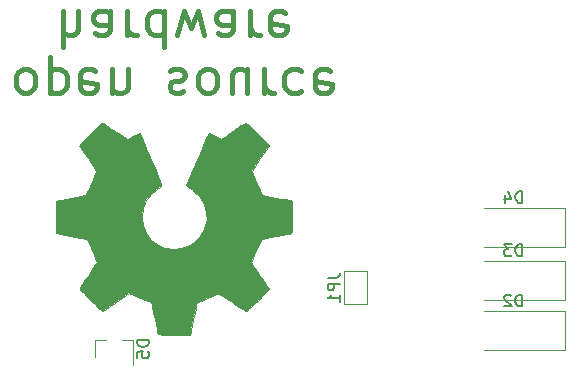
<source format=gbr>
%TF.GenerationSoftware,KiCad,Pcbnew,(5.1.6)-1*%
%TF.CreationDate,2020-11-16T12:45:36+03:00*%
%TF.ProjectId,SensorBoard,53656e73-6f72-4426-9f61-72642e6b6963,rev?*%
%TF.SameCoordinates,Original*%
%TF.FileFunction,Legend,Bot*%
%TF.FilePolarity,Positive*%
%FSLAX46Y46*%
G04 Gerber Fmt 4.6, Leading zero omitted, Abs format (unit mm)*
G04 Created by KiCad (PCBNEW (5.1.6)-1) date 2020-11-16 12:45:36*
%MOMM*%
%LPD*%
G01*
G04 APERTURE LIST*
%ADD10C,0.400000*%
%ADD11C,0.002540*%
%ADD12C,0.120000*%
%ADD13C,0.150000*%
G04 APERTURE END LIST*
D10*
X123214285Y-89842857D02*
X122928571Y-89985714D01*
X122785714Y-90128571D01*
X122642857Y-90414285D01*
X122642857Y-91271428D01*
X122785714Y-91557142D01*
X122928571Y-91700000D01*
X123214285Y-91842857D01*
X123642857Y-91842857D01*
X123928571Y-91700000D01*
X124071428Y-91557142D01*
X124214285Y-91271428D01*
X124214285Y-90414285D01*
X124071428Y-90128571D01*
X123928571Y-89985714D01*
X123642857Y-89842857D01*
X123214285Y-89842857D01*
X125500000Y-91842857D02*
X125500000Y-88842857D01*
X125500000Y-91700000D02*
X125785714Y-91842857D01*
X126357142Y-91842857D01*
X126642857Y-91700000D01*
X126785714Y-91557142D01*
X126928571Y-91271428D01*
X126928571Y-90414285D01*
X126785714Y-90128571D01*
X126642857Y-89985714D01*
X126357142Y-89842857D01*
X125785714Y-89842857D01*
X125500000Y-89985714D01*
X129357142Y-89985714D02*
X129071428Y-89842857D01*
X128500000Y-89842857D01*
X128214285Y-89985714D01*
X128071428Y-90271428D01*
X128071428Y-91414285D01*
X128214285Y-91700000D01*
X128500000Y-91842857D01*
X129071428Y-91842857D01*
X129357142Y-91700000D01*
X129500000Y-91414285D01*
X129500000Y-91128571D01*
X128071428Y-90842857D01*
X130785714Y-91842857D02*
X130785714Y-89842857D01*
X130785714Y-91557142D02*
X130928571Y-91700000D01*
X131214285Y-91842857D01*
X131642857Y-91842857D01*
X131928571Y-91700000D01*
X132071428Y-91414285D01*
X132071428Y-89842857D01*
X135642857Y-89985714D02*
X135928571Y-89842857D01*
X136500000Y-89842857D01*
X136785714Y-89985714D01*
X136928571Y-90271428D01*
X136928571Y-90414285D01*
X136785714Y-90700000D01*
X136500000Y-90842857D01*
X136071428Y-90842857D01*
X135785714Y-90985714D01*
X135642857Y-91271428D01*
X135642857Y-91414285D01*
X135785714Y-91700000D01*
X136071428Y-91842857D01*
X136500000Y-91842857D01*
X136785714Y-91700000D01*
X138642857Y-89842857D02*
X138357142Y-89985714D01*
X138214285Y-90128571D01*
X138071428Y-90414285D01*
X138071428Y-91271428D01*
X138214285Y-91557142D01*
X138357142Y-91700000D01*
X138642857Y-91842857D01*
X139071428Y-91842857D01*
X139357142Y-91700000D01*
X139500000Y-91557142D01*
X139642857Y-91271428D01*
X139642857Y-90414285D01*
X139500000Y-90128571D01*
X139357142Y-89985714D01*
X139071428Y-89842857D01*
X138642857Y-89842857D01*
X142214285Y-91842857D02*
X142214285Y-89842857D01*
X140928571Y-91842857D02*
X140928571Y-90271428D01*
X141071428Y-89985714D01*
X141357142Y-89842857D01*
X141785714Y-89842857D01*
X142071428Y-89985714D01*
X142214285Y-90128571D01*
X143642857Y-89842857D02*
X143642857Y-91842857D01*
X143642857Y-91271428D02*
X143785714Y-91557142D01*
X143928571Y-91700000D01*
X144214285Y-91842857D01*
X144500000Y-91842857D01*
X146785714Y-89985714D02*
X146500000Y-89842857D01*
X145928571Y-89842857D01*
X145642857Y-89985714D01*
X145500000Y-90128571D01*
X145357142Y-90414285D01*
X145357142Y-91271428D01*
X145500000Y-91557142D01*
X145642857Y-91700000D01*
X145928571Y-91842857D01*
X146500000Y-91842857D01*
X146785714Y-91700000D01*
X149214285Y-89985714D02*
X148928571Y-89842857D01*
X148357142Y-89842857D01*
X148071428Y-89985714D01*
X147928571Y-90271428D01*
X147928571Y-91414285D01*
X148071428Y-91700000D01*
X148357142Y-91842857D01*
X148928571Y-91842857D01*
X149214285Y-91700000D01*
X149357142Y-91414285D01*
X149357142Y-91128571D01*
X147928571Y-90842857D01*
X126571428Y-84942857D02*
X126571428Y-87942857D01*
X127857142Y-84942857D02*
X127857142Y-86514285D01*
X127714285Y-86800000D01*
X127428571Y-86942857D01*
X127000000Y-86942857D01*
X126714285Y-86800000D01*
X126571428Y-86657142D01*
X130571428Y-84942857D02*
X130571428Y-86514285D01*
X130428571Y-86800000D01*
X130142857Y-86942857D01*
X129571428Y-86942857D01*
X129285714Y-86800000D01*
X130571428Y-85085714D02*
X130285714Y-84942857D01*
X129571428Y-84942857D01*
X129285714Y-85085714D01*
X129142857Y-85371428D01*
X129142857Y-85657142D01*
X129285714Y-85942857D01*
X129571428Y-86085714D01*
X130285714Y-86085714D01*
X130571428Y-86228571D01*
X132000000Y-84942857D02*
X132000000Y-86942857D01*
X132000000Y-86371428D02*
X132142857Y-86657142D01*
X132285714Y-86800000D01*
X132571428Y-86942857D01*
X132857142Y-86942857D01*
X135142857Y-84942857D02*
X135142857Y-87942857D01*
X135142857Y-85085714D02*
X134857142Y-84942857D01*
X134285714Y-84942857D01*
X134000000Y-85085714D01*
X133857142Y-85228571D01*
X133714285Y-85514285D01*
X133714285Y-86371428D01*
X133857142Y-86657142D01*
X134000000Y-86800000D01*
X134285714Y-86942857D01*
X134857142Y-86942857D01*
X135142857Y-86800000D01*
X136285714Y-86942857D02*
X136857142Y-84942857D01*
X137428571Y-86371428D01*
X138000000Y-84942857D01*
X138571428Y-86942857D01*
X141000000Y-84942857D02*
X141000000Y-86514285D01*
X140857142Y-86800000D01*
X140571428Y-86942857D01*
X140000000Y-86942857D01*
X139714285Y-86800000D01*
X141000000Y-85085714D02*
X140714285Y-84942857D01*
X140000000Y-84942857D01*
X139714285Y-85085714D01*
X139571428Y-85371428D01*
X139571428Y-85657142D01*
X139714285Y-85942857D01*
X140000000Y-86085714D01*
X140714285Y-86085714D01*
X141000000Y-86228571D01*
X142428571Y-84942857D02*
X142428571Y-86942857D01*
X142428571Y-86371428D02*
X142571428Y-86657142D01*
X142714285Y-86800000D01*
X143000000Y-86942857D01*
X143285714Y-86942857D01*
X145428571Y-85085714D02*
X145142857Y-84942857D01*
X144571428Y-84942857D01*
X144285714Y-85085714D01*
X144142857Y-85371428D01*
X144142857Y-86514285D01*
X144285714Y-86800000D01*
X144571428Y-86942857D01*
X145142857Y-86942857D01*
X145428571Y-86800000D01*
X145571428Y-86514285D01*
X145571428Y-86228571D01*
X144142857Y-85942857D01*
D11*
%TO.C,G\u002A\u002A\u002A*%
G36*
X129937020Y-94391020D02*
G01*
X130041160Y-94446900D01*
X130277380Y-94594220D01*
X130610120Y-94812660D01*
X131003820Y-95076820D01*
X131400060Y-95343520D01*
X131727720Y-95561960D01*
X131953780Y-95709280D01*
X132050300Y-95762620D01*
X132101100Y-95744840D01*
X132289060Y-95653400D01*
X132563380Y-95511160D01*
X132720860Y-95427340D01*
X132972320Y-95320660D01*
X133096780Y-95297800D01*
X133117100Y-95333360D01*
X133208540Y-95523860D01*
X133353320Y-95851520D01*
X133541280Y-96285860D01*
X133757180Y-96793860D01*
X133988320Y-97339960D01*
X134222000Y-97898760D01*
X134442980Y-98432160D01*
X134638560Y-98909680D01*
X134796040Y-99298300D01*
X134897640Y-99570080D01*
X134935740Y-99686920D01*
X134925580Y-99709780D01*
X134798580Y-99831700D01*
X134580140Y-99996800D01*
X134107700Y-100380340D01*
X133640340Y-100964540D01*
X133355860Y-101627480D01*
X133261880Y-102361540D01*
X133343160Y-103044800D01*
X133609860Y-103702660D01*
X134067060Y-104291940D01*
X134620780Y-104731360D01*
X135271020Y-105008220D01*
X135997460Y-105097120D01*
X136698500Y-105018380D01*
X137369060Y-104754220D01*
X137958340Y-104304640D01*
X138204720Y-104017620D01*
X138550160Y-103420720D01*
X138745740Y-102778100D01*
X138766060Y-102615540D01*
X138738120Y-101914500D01*
X138529840Y-101241400D01*
X138159000Y-100636880D01*
X137643380Y-100144120D01*
X137579880Y-100098400D01*
X137341120Y-99920600D01*
X137181100Y-99798680D01*
X137056640Y-99694540D01*
X137950720Y-97543160D01*
X138092960Y-97200260D01*
X138336800Y-96610980D01*
X138555240Y-96105520D01*
X138725420Y-95701660D01*
X138844800Y-95432420D01*
X138898140Y-95323200D01*
X138903220Y-95318120D01*
X138981960Y-95302880D01*
X139147060Y-95363840D01*
X139446780Y-95508620D01*
X139644900Y-95610220D01*
X139873500Y-95721980D01*
X139977640Y-95762620D01*
X140064000Y-95714360D01*
X140284980Y-95572120D01*
X140605020Y-95358760D01*
X140988560Y-95097140D01*
X141354320Y-94848220D01*
X141692140Y-94624700D01*
X141938520Y-94467220D01*
X142057900Y-94403720D01*
X142075680Y-94403720D01*
X142182360Y-94462140D01*
X142375400Y-94624700D01*
X142670040Y-94901560D01*
X143084060Y-95310500D01*
X143147560Y-95374000D01*
X143487920Y-95721980D01*
X143764780Y-96011540D01*
X143950200Y-96219820D01*
X144018780Y-96313800D01*
X143957820Y-96430640D01*
X143802880Y-96674480D01*
X143579360Y-97017380D01*
X143305040Y-97416160D01*
X142593840Y-98452480D01*
X142985000Y-99430380D01*
X143104380Y-99730100D01*
X143256780Y-100093320D01*
X143371080Y-100352400D01*
X143429500Y-100464160D01*
X143536180Y-100502260D01*
X143802880Y-100565760D01*
X144191500Y-100647040D01*
X144653780Y-100733400D01*
X145093200Y-100814680D01*
X145491980Y-100888340D01*
X145779000Y-100946760D01*
X145908540Y-100972160D01*
X145939020Y-100989940D01*
X145966960Y-101053440D01*
X145982200Y-101188060D01*
X145992360Y-101429360D01*
X145997440Y-101810360D01*
X145997440Y-102361540D01*
X145997440Y-102422500D01*
X145992360Y-102948280D01*
X145984740Y-103367380D01*
X145969500Y-103644240D01*
X145951720Y-103750920D01*
X145949180Y-103753460D01*
X145824720Y-103783940D01*
X145545320Y-103842360D01*
X145146540Y-103921100D01*
X144671560Y-104010000D01*
X144643620Y-104017620D01*
X144168640Y-104106520D01*
X143772400Y-104190340D01*
X143495540Y-104253840D01*
X143378700Y-104289400D01*
X143353300Y-104324960D01*
X143259320Y-104507840D01*
X143122160Y-104802480D01*
X142964680Y-105160620D01*
X142812280Y-105531460D01*
X142677660Y-105864200D01*
X142588760Y-106115660D01*
X142560820Y-106227420D01*
X142563360Y-106229960D01*
X142634480Y-106344260D01*
X142797040Y-106588100D01*
X143025640Y-106928460D01*
X143302500Y-107332320D01*
X143322820Y-107362800D01*
X143594600Y-107761580D01*
X143815580Y-108099400D01*
X143962900Y-108340700D01*
X144018780Y-108449920D01*
X144016240Y-108457540D01*
X143927340Y-108576920D01*
X143721600Y-108802980D01*
X143432040Y-109107780D01*
X143081520Y-109460840D01*
X142969760Y-109570060D01*
X142581140Y-109948520D01*
X142311900Y-110197440D01*
X142144260Y-110329520D01*
X142062980Y-110360000D01*
X142060440Y-110357460D01*
X141938520Y-110283800D01*
X141687060Y-110121240D01*
X141344160Y-109887560D01*
X140937760Y-109613240D01*
X140909820Y-109592920D01*
X140511040Y-109321140D01*
X140178300Y-109097620D01*
X139942080Y-108940140D01*
X139837940Y-108876640D01*
X139820160Y-108876640D01*
X139657600Y-108924900D01*
X139373120Y-109023960D01*
X139022600Y-109161120D01*
X138654300Y-109308440D01*
X138319020Y-109450680D01*
X138065020Y-109564980D01*
X137945640Y-109633560D01*
X137943100Y-109638640D01*
X137899920Y-109780880D01*
X137831340Y-110080600D01*
X137747520Y-110492080D01*
X137653540Y-110982300D01*
X137638300Y-111061040D01*
X137549400Y-111538560D01*
X137473200Y-111929720D01*
X137417320Y-112204040D01*
X137389380Y-112315800D01*
X137323340Y-112331040D01*
X137087120Y-112348820D01*
X136731520Y-112356440D01*
X136302260Y-112361520D01*
X135847600Y-112358980D01*
X135405640Y-112348820D01*
X135027180Y-112336120D01*
X134757940Y-112318340D01*
X134646180Y-112295480D01*
X134641100Y-112287860D01*
X134600460Y-112140540D01*
X134534420Y-111840820D01*
X134450600Y-111426800D01*
X134356620Y-110936580D01*
X134338840Y-110850220D01*
X134249940Y-110375240D01*
X134171200Y-109984080D01*
X134112780Y-109717380D01*
X134082300Y-109610700D01*
X134039120Y-109587840D01*
X133843540Y-109504020D01*
X133526040Y-109371940D01*
X133129800Y-109211920D01*
X132212860Y-108841080D01*
X131092720Y-109610700D01*
X130988580Y-109679280D01*
X130584720Y-109953600D01*
X130254520Y-110174580D01*
X130023380Y-110324440D01*
X129926860Y-110377780D01*
X129919240Y-110375240D01*
X129807480Y-110276180D01*
X129586500Y-110067900D01*
X129281700Y-109773260D01*
X128928640Y-109420200D01*
X128667020Y-109158580D01*
X128357140Y-108843620D01*
X128161560Y-108632800D01*
X128054880Y-108495640D01*
X128016780Y-108414360D01*
X128026940Y-108358480D01*
X128098060Y-108244180D01*
X128263160Y-107997800D01*
X128494300Y-107657440D01*
X128768620Y-107261200D01*
X128992140Y-106928460D01*
X129235980Y-106552540D01*
X129396000Y-106283300D01*
X129449340Y-106151220D01*
X129436640Y-106097880D01*
X129357900Y-105876900D01*
X129223280Y-105544160D01*
X129055640Y-105150460D01*
X128664480Y-104261460D01*
X128082820Y-104149700D01*
X127729760Y-104081120D01*
X127237000Y-103987140D01*
X126764560Y-103895700D01*
X126025420Y-103753460D01*
X126000020Y-101040740D01*
X126114320Y-100992480D01*
X126223540Y-100962000D01*
X126497860Y-100901040D01*
X126886480Y-100824840D01*
X127346220Y-100735940D01*
X127739920Y-100664820D01*
X128133620Y-100588620D01*
X128418100Y-100535280D01*
X128542560Y-100507340D01*
X128575580Y-100464160D01*
X128674640Y-100273660D01*
X128814340Y-99968860D01*
X128971820Y-99603100D01*
X129129300Y-99224640D01*
X129269000Y-98874120D01*
X129365520Y-98607420D01*
X129403620Y-98470260D01*
X129347740Y-98366120D01*
X129200420Y-98132440D01*
X128981980Y-97802240D01*
X128712740Y-97408540D01*
X128443500Y-97017380D01*
X128217440Y-96682100D01*
X128059960Y-96440800D01*
X127993920Y-96329040D01*
X128026940Y-96255380D01*
X128184420Y-96064880D01*
X128479060Y-95757540D01*
X128921020Y-95320660D01*
X128992140Y-95252080D01*
X129342660Y-94914260D01*
X129639840Y-94642480D01*
X129845580Y-94457060D01*
X129937020Y-94391020D01*
G37*
X129937020Y-94391020D02*
X130041160Y-94446900D01*
X130277380Y-94594220D01*
X130610120Y-94812660D01*
X131003820Y-95076820D01*
X131400060Y-95343520D01*
X131727720Y-95561960D01*
X131953780Y-95709280D01*
X132050300Y-95762620D01*
X132101100Y-95744840D01*
X132289060Y-95653400D01*
X132563380Y-95511160D01*
X132720860Y-95427340D01*
X132972320Y-95320660D01*
X133096780Y-95297800D01*
X133117100Y-95333360D01*
X133208540Y-95523860D01*
X133353320Y-95851520D01*
X133541280Y-96285860D01*
X133757180Y-96793860D01*
X133988320Y-97339960D01*
X134222000Y-97898760D01*
X134442980Y-98432160D01*
X134638560Y-98909680D01*
X134796040Y-99298300D01*
X134897640Y-99570080D01*
X134935740Y-99686920D01*
X134925580Y-99709780D01*
X134798580Y-99831700D01*
X134580140Y-99996800D01*
X134107700Y-100380340D01*
X133640340Y-100964540D01*
X133355860Y-101627480D01*
X133261880Y-102361540D01*
X133343160Y-103044800D01*
X133609860Y-103702660D01*
X134067060Y-104291940D01*
X134620780Y-104731360D01*
X135271020Y-105008220D01*
X135997460Y-105097120D01*
X136698500Y-105018380D01*
X137369060Y-104754220D01*
X137958340Y-104304640D01*
X138204720Y-104017620D01*
X138550160Y-103420720D01*
X138745740Y-102778100D01*
X138766060Y-102615540D01*
X138738120Y-101914500D01*
X138529840Y-101241400D01*
X138159000Y-100636880D01*
X137643380Y-100144120D01*
X137579880Y-100098400D01*
X137341120Y-99920600D01*
X137181100Y-99798680D01*
X137056640Y-99694540D01*
X137950720Y-97543160D01*
X138092960Y-97200260D01*
X138336800Y-96610980D01*
X138555240Y-96105520D01*
X138725420Y-95701660D01*
X138844800Y-95432420D01*
X138898140Y-95323200D01*
X138903220Y-95318120D01*
X138981960Y-95302880D01*
X139147060Y-95363840D01*
X139446780Y-95508620D01*
X139644900Y-95610220D01*
X139873500Y-95721980D01*
X139977640Y-95762620D01*
X140064000Y-95714360D01*
X140284980Y-95572120D01*
X140605020Y-95358760D01*
X140988560Y-95097140D01*
X141354320Y-94848220D01*
X141692140Y-94624700D01*
X141938520Y-94467220D01*
X142057900Y-94403720D01*
X142075680Y-94403720D01*
X142182360Y-94462140D01*
X142375400Y-94624700D01*
X142670040Y-94901560D01*
X143084060Y-95310500D01*
X143147560Y-95374000D01*
X143487920Y-95721980D01*
X143764780Y-96011540D01*
X143950200Y-96219820D01*
X144018780Y-96313800D01*
X143957820Y-96430640D01*
X143802880Y-96674480D01*
X143579360Y-97017380D01*
X143305040Y-97416160D01*
X142593840Y-98452480D01*
X142985000Y-99430380D01*
X143104380Y-99730100D01*
X143256780Y-100093320D01*
X143371080Y-100352400D01*
X143429500Y-100464160D01*
X143536180Y-100502260D01*
X143802880Y-100565760D01*
X144191500Y-100647040D01*
X144653780Y-100733400D01*
X145093200Y-100814680D01*
X145491980Y-100888340D01*
X145779000Y-100946760D01*
X145908540Y-100972160D01*
X145939020Y-100989940D01*
X145966960Y-101053440D01*
X145982200Y-101188060D01*
X145992360Y-101429360D01*
X145997440Y-101810360D01*
X145997440Y-102361540D01*
X145997440Y-102422500D01*
X145992360Y-102948280D01*
X145984740Y-103367380D01*
X145969500Y-103644240D01*
X145951720Y-103750920D01*
X145949180Y-103753460D01*
X145824720Y-103783940D01*
X145545320Y-103842360D01*
X145146540Y-103921100D01*
X144671560Y-104010000D01*
X144643620Y-104017620D01*
X144168640Y-104106520D01*
X143772400Y-104190340D01*
X143495540Y-104253840D01*
X143378700Y-104289400D01*
X143353300Y-104324960D01*
X143259320Y-104507840D01*
X143122160Y-104802480D01*
X142964680Y-105160620D01*
X142812280Y-105531460D01*
X142677660Y-105864200D01*
X142588760Y-106115660D01*
X142560820Y-106227420D01*
X142563360Y-106229960D01*
X142634480Y-106344260D01*
X142797040Y-106588100D01*
X143025640Y-106928460D01*
X143302500Y-107332320D01*
X143322820Y-107362800D01*
X143594600Y-107761580D01*
X143815580Y-108099400D01*
X143962900Y-108340700D01*
X144018780Y-108449920D01*
X144016240Y-108457540D01*
X143927340Y-108576920D01*
X143721600Y-108802980D01*
X143432040Y-109107780D01*
X143081520Y-109460840D01*
X142969760Y-109570060D01*
X142581140Y-109948520D01*
X142311900Y-110197440D01*
X142144260Y-110329520D01*
X142062980Y-110360000D01*
X142060440Y-110357460D01*
X141938520Y-110283800D01*
X141687060Y-110121240D01*
X141344160Y-109887560D01*
X140937760Y-109613240D01*
X140909820Y-109592920D01*
X140511040Y-109321140D01*
X140178300Y-109097620D01*
X139942080Y-108940140D01*
X139837940Y-108876640D01*
X139820160Y-108876640D01*
X139657600Y-108924900D01*
X139373120Y-109023960D01*
X139022600Y-109161120D01*
X138654300Y-109308440D01*
X138319020Y-109450680D01*
X138065020Y-109564980D01*
X137945640Y-109633560D01*
X137943100Y-109638640D01*
X137899920Y-109780880D01*
X137831340Y-110080600D01*
X137747520Y-110492080D01*
X137653540Y-110982300D01*
X137638300Y-111061040D01*
X137549400Y-111538560D01*
X137473200Y-111929720D01*
X137417320Y-112204040D01*
X137389380Y-112315800D01*
X137323340Y-112331040D01*
X137087120Y-112348820D01*
X136731520Y-112356440D01*
X136302260Y-112361520D01*
X135847600Y-112358980D01*
X135405640Y-112348820D01*
X135027180Y-112336120D01*
X134757940Y-112318340D01*
X134646180Y-112295480D01*
X134641100Y-112287860D01*
X134600460Y-112140540D01*
X134534420Y-111840820D01*
X134450600Y-111426800D01*
X134356620Y-110936580D01*
X134338840Y-110850220D01*
X134249940Y-110375240D01*
X134171200Y-109984080D01*
X134112780Y-109717380D01*
X134082300Y-109610700D01*
X134039120Y-109587840D01*
X133843540Y-109504020D01*
X133526040Y-109371940D01*
X133129800Y-109211920D01*
X132212860Y-108841080D01*
X131092720Y-109610700D01*
X130988580Y-109679280D01*
X130584720Y-109953600D01*
X130254520Y-110174580D01*
X130023380Y-110324440D01*
X129926860Y-110377780D01*
X129919240Y-110375240D01*
X129807480Y-110276180D01*
X129586500Y-110067900D01*
X129281700Y-109773260D01*
X128928640Y-109420200D01*
X128667020Y-109158580D01*
X128357140Y-108843620D01*
X128161560Y-108632800D01*
X128054880Y-108495640D01*
X128016780Y-108414360D01*
X128026940Y-108358480D01*
X128098060Y-108244180D01*
X128263160Y-107997800D01*
X128494300Y-107657440D01*
X128768620Y-107261200D01*
X128992140Y-106928460D01*
X129235980Y-106552540D01*
X129396000Y-106283300D01*
X129449340Y-106151220D01*
X129436640Y-106097880D01*
X129357900Y-105876900D01*
X129223280Y-105544160D01*
X129055640Y-105150460D01*
X128664480Y-104261460D01*
X128082820Y-104149700D01*
X127729760Y-104081120D01*
X127237000Y-103987140D01*
X126764560Y-103895700D01*
X126025420Y-103753460D01*
X126000020Y-101040740D01*
X126114320Y-100992480D01*
X126223540Y-100962000D01*
X126497860Y-100901040D01*
X126886480Y-100824840D01*
X127346220Y-100735940D01*
X127739920Y-100664820D01*
X128133620Y-100588620D01*
X128418100Y-100535280D01*
X128542560Y-100507340D01*
X128575580Y-100464160D01*
X128674640Y-100273660D01*
X128814340Y-99968860D01*
X128971820Y-99603100D01*
X129129300Y-99224640D01*
X129269000Y-98874120D01*
X129365520Y-98607420D01*
X129403620Y-98470260D01*
X129347740Y-98366120D01*
X129200420Y-98132440D01*
X128981980Y-97802240D01*
X128712740Y-97408540D01*
X128443500Y-97017380D01*
X128217440Y-96682100D01*
X128059960Y-96440800D01*
X127993920Y-96329040D01*
X128026940Y-96255380D01*
X128184420Y-96064880D01*
X128479060Y-95757540D01*
X128921020Y-95320660D01*
X128992140Y-95252080D01*
X129342660Y-94914260D01*
X129639840Y-94642480D01*
X129845580Y-94457060D01*
X129937020Y-94391020D01*
D12*
%TO.C,JP1*%
X152375000Y-106975000D02*
X150375000Y-106975000D01*
X152375000Y-109775000D02*
X152375000Y-106975000D01*
X150375000Y-109775000D02*
X152375000Y-109775000D01*
X150375000Y-106975000D02*
X150375000Y-109775000D01*
%TO.C,D5*%
X129357000Y-112778000D02*
X129357000Y-114238000D01*
X132517000Y-112778000D02*
X132517000Y-114938000D01*
X132517000Y-112778000D02*
X131587000Y-112778000D01*
X129357000Y-112778000D02*
X130287000Y-112778000D01*
%TO.C,D4*%
X169150000Y-101600000D02*
X169150000Y-104900000D01*
X169150000Y-104900000D02*
X162250000Y-104900000D01*
X169150000Y-101600000D02*
X162250000Y-101600000D01*
%TO.C,D3*%
X169150000Y-106100000D02*
X169150000Y-109400000D01*
X169150000Y-109400000D02*
X162250000Y-109400000D01*
X169150000Y-106100000D02*
X162250000Y-106100000D01*
%TO.C,D2*%
X169150000Y-110350000D02*
X169150000Y-113650000D01*
X169150000Y-113650000D02*
X162250000Y-113650000D01*
X169150000Y-110350000D02*
X162250000Y-110350000D01*
%TO.C,JP1*%
D13*
X149027380Y-107541666D02*
X149741666Y-107541666D01*
X149884523Y-107494047D01*
X149979761Y-107398809D01*
X150027380Y-107255952D01*
X150027380Y-107160714D01*
X150027380Y-108017857D02*
X149027380Y-108017857D01*
X149027380Y-108398809D01*
X149075000Y-108494047D01*
X149122619Y-108541666D01*
X149217857Y-108589285D01*
X149360714Y-108589285D01*
X149455952Y-108541666D01*
X149503571Y-108494047D01*
X149551190Y-108398809D01*
X149551190Y-108017857D01*
X150027380Y-109541666D02*
X150027380Y-108970238D01*
X150027380Y-109255952D02*
X149027380Y-109255952D01*
X149170238Y-109160714D01*
X149265476Y-109065476D01*
X149313095Y-108970238D01*
%TO.C,D5*%
X133889380Y-112799904D02*
X132889380Y-112799904D01*
X132889380Y-113038000D01*
X132937000Y-113180857D01*
X133032238Y-113276095D01*
X133127476Y-113323714D01*
X133317952Y-113371333D01*
X133460809Y-113371333D01*
X133651285Y-113323714D01*
X133746523Y-113276095D01*
X133841761Y-113180857D01*
X133889380Y-113038000D01*
X133889380Y-112799904D01*
X132889380Y-114276095D02*
X132889380Y-113799904D01*
X133365571Y-113752285D01*
X133317952Y-113799904D01*
X133270333Y-113895142D01*
X133270333Y-114133238D01*
X133317952Y-114228476D01*
X133365571Y-114276095D01*
X133460809Y-114323714D01*
X133698904Y-114323714D01*
X133794142Y-114276095D01*
X133841761Y-114228476D01*
X133889380Y-114133238D01*
X133889380Y-113895142D01*
X133841761Y-113799904D01*
X133794142Y-113752285D01*
%TO.C,D4*%
X165488095Y-101202380D02*
X165488095Y-100202380D01*
X165250000Y-100202380D01*
X165107142Y-100250000D01*
X165011904Y-100345238D01*
X164964285Y-100440476D01*
X164916666Y-100630952D01*
X164916666Y-100773809D01*
X164964285Y-100964285D01*
X165011904Y-101059523D01*
X165107142Y-101154761D01*
X165250000Y-101202380D01*
X165488095Y-101202380D01*
X164059523Y-100535714D02*
X164059523Y-101202380D01*
X164297619Y-100154761D02*
X164535714Y-100869047D01*
X163916666Y-100869047D01*
%TO.C,D3*%
X165488095Y-105702380D02*
X165488095Y-104702380D01*
X165250000Y-104702380D01*
X165107142Y-104750000D01*
X165011904Y-104845238D01*
X164964285Y-104940476D01*
X164916666Y-105130952D01*
X164916666Y-105273809D01*
X164964285Y-105464285D01*
X165011904Y-105559523D01*
X165107142Y-105654761D01*
X165250000Y-105702380D01*
X165488095Y-105702380D01*
X164583333Y-104702380D02*
X163964285Y-104702380D01*
X164297619Y-105083333D01*
X164154761Y-105083333D01*
X164059523Y-105130952D01*
X164011904Y-105178571D01*
X163964285Y-105273809D01*
X163964285Y-105511904D01*
X164011904Y-105607142D01*
X164059523Y-105654761D01*
X164154761Y-105702380D01*
X164440476Y-105702380D01*
X164535714Y-105654761D01*
X164583333Y-105607142D01*
%TO.C,D2*%
X165488095Y-109952380D02*
X165488095Y-108952380D01*
X165250000Y-108952380D01*
X165107142Y-109000000D01*
X165011904Y-109095238D01*
X164964285Y-109190476D01*
X164916666Y-109380952D01*
X164916666Y-109523809D01*
X164964285Y-109714285D01*
X165011904Y-109809523D01*
X165107142Y-109904761D01*
X165250000Y-109952380D01*
X165488095Y-109952380D01*
X164535714Y-109047619D02*
X164488095Y-109000000D01*
X164392857Y-108952380D01*
X164154761Y-108952380D01*
X164059523Y-109000000D01*
X164011904Y-109047619D01*
X163964285Y-109142857D01*
X163964285Y-109238095D01*
X164011904Y-109380952D01*
X164583333Y-109952380D01*
X163964285Y-109952380D01*
%TD*%
M02*

</source>
